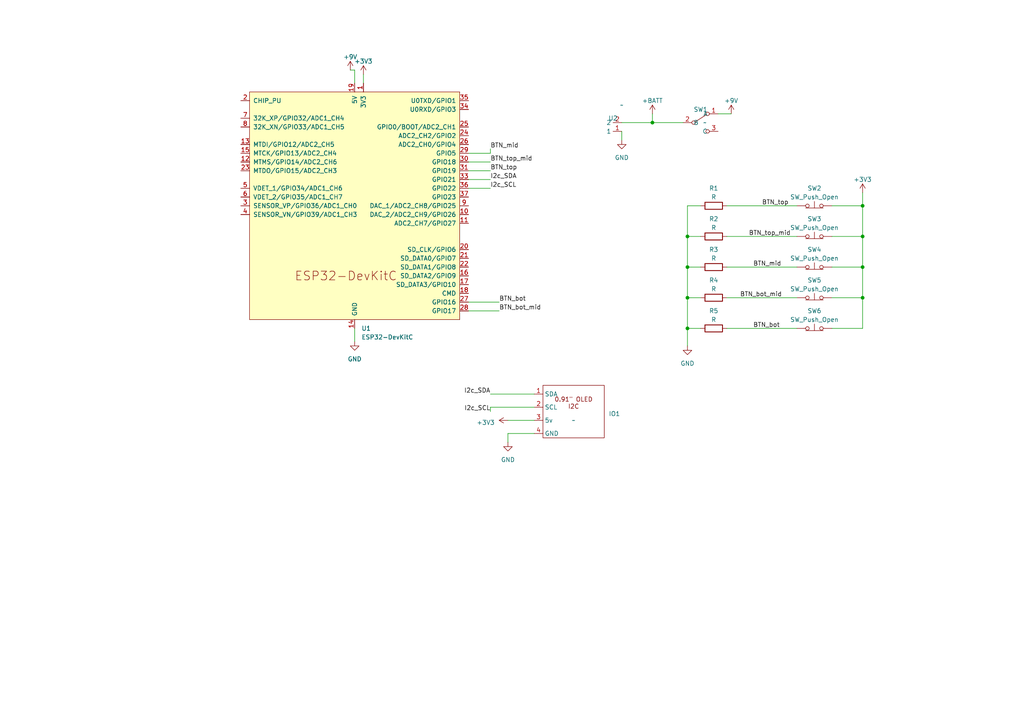
<source format=kicad_sch>
(kicad_sch (version 20230121) (generator eeschema)
  (paper "A4")
  (lib_symbols
    (symbol "ARC_Remote:0.9{dblquote}_OLED_I2C"
      (property "Reference" "IO" (at 0 0 0))
      (symbol "0.9{dblquote}_OLED_I2C_0_1"
        (rectangle (start -8.89 10.16) (end 8.89 -5.08))
      )
      (symbol "0.9{dblquote}_OLED_I2C_1_1"
        (text "0.91\" OLED\nI2C" (at 0 5.08 0) (effects (font (size 1.27 1.27))))
        (pin bidirectional line (at -11.43 7.62 0) (length 2.54) (name "SDA") (number "1"))
        (pin input line (at -11.43 3.81 0) (length 2.54) (name "SCL") (number "2"))
        (pin power_in line (at -11.43 0 0) (length 2.54) (name "5v") (number "3"))
        (pin power_in line (at -11.43 -3.81 0) (length 2.54) (name "GND") (number "4"))
      )
    )
    (symbol "ARC_Remote:CONN_WAGO2x1"
      (property "Reference" "U" (at 0 0 0))
      (symbol "CONN_WAGO2x1_1_1"
        (pin input line (at 0 7.62 0) (length 2.54) (name "1") (number "1"))
        (pin input line (at 0 5.08 0) (length 2.54) (name "2") (number "2"))
      )
    )
    (symbol "ARC_Remote:ESP32-DevKitC" (pin_names (offset 1.016))
      (property "Reference" "U" (at -30.48 38.1 0))
      (property "Value" "ESP32-DevKitC" (at -30.48 35.56 0))
      (symbol "ESP32-DevKitC_0_0"
        (text "ESP32-DevKitC" (at -2.54 -20.32 0) (effects (font (size 2.54 2.54))))
        (pin power_in line (at 0 -35.56 90) (length 2.54) (name "GND") (number "14"))
        (pin power_in line (at 0 35.56 270) (length 2.54) (name "5V") (number "19"))
      )
      (symbol "ESP32-DevKitC_0_1"
        (rectangle (start -30.48 33.02) (end 30.48 -33.02) (fill (type background)))
      )
      (symbol "ESP32-DevKitC_1_1"
        (pin power_in line (at 2.54 35.56 270) (length 2.54) (name "3V3") (number "1"))
        (pin bidirectional line (at 33.02 -2.54 180) (length 2.54) (name "DAC_2/ADC2_CH9/GPIO26") (number "10"))
        (pin bidirectional line (at 33.02 -5.08 180) (length 2.54) (name "ADC2_CH7/GPIO27") (number "11"))
        (pin bidirectional line (at -33.02 12.7 0) (length 2.54) (name "MTMS/GPIO14/ADC2_CH6") (number "12"))
        (pin bidirectional line (at -33.02 17.78 0) (length 2.54) (name "MTDI/GPIO12/ADC2_CH5") (number "13"))
        (pin bidirectional line (at -33.02 15.24 0) (length 2.54) (name "MTCK/GPIO13/ADC2_CH4") (number "15"))
        (pin bidirectional line (at 33.02 -20.32 180) (length 2.54) (name "SD_DATA2/GPIO9") (number "16"))
        (pin bidirectional line (at 33.02 -22.86 180) (length 2.54) (name "SD_DATA3/GPIO10") (number "17"))
        (pin bidirectional line (at 33.02 -25.4 180) (length 2.54) (name "CMD") (number "18"))
        (pin input line (at -33.02 30.48 0) (length 2.54) (name "CHIP_PU") (number "2"))
        (pin bidirectional line (at 33.02 -12.7 180) (length 2.54) (name "SD_CLK/GPIO6") (number "20"))
        (pin bidirectional line (at 33.02 -15.24 180) (length 2.54) (name "SD_DATA0/GPIO7") (number "21"))
        (pin bidirectional line (at 33.02 -17.78 180) (length 2.54) (name "SD_DATA1/GPIO8") (number "22"))
        (pin bidirectional line (at -33.02 10.16 0) (length 2.54) (name "MTDO/GPIO15/ADC2_CH3") (number "23"))
        (pin bidirectional line (at 33.02 20.32 180) (length 2.54) (name "ADC2_CH2/GPIO2") (number "24"))
        (pin bidirectional line (at 33.02 22.86 180) (length 2.54) (name "GPIO0/BOOT/ADC2_CH1") (number "25"))
        (pin bidirectional line (at 33.02 17.78 180) (length 2.54) (name "ADC2_CH0/GPIO4") (number "26"))
        (pin bidirectional line (at 33.02 -27.94 180) (length 2.54) (name "GPIO16") (number "27"))
        (pin bidirectional line (at 33.02 -30.48 180) (length 2.54) (name "GPIO17") (number "28"))
        (pin bidirectional line (at 33.02 15.24 180) (length 2.54) (name "GPIO5") (number "29"))
        (pin input line (at -33.02 0 0) (length 2.54) (name "SENSOR_VP/GPIO36/ADC1_CH0") (number "3"))
        (pin bidirectional line (at 33.02 12.7 180) (length 2.54) (name "GPIO18") (number "30"))
        (pin bidirectional line (at 33.02 10.16 180) (length 2.54) (name "GPIO19") (number "31"))
        (pin passive line (at 0 -35.56 90) (length 2.54) hide (name "GND") (number "32"))
        (pin bidirectional line (at 33.02 7.62 180) (length 2.54) (name "GPIO21") (number "33"))
        (pin bidirectional line (at 33.02 27.94 180) (length 2.54) (name "U0RXD/GPIO3") (number "34"))
        (pin bidirectional line (at 33.02 30.48 180) (length 2.54) (name "U0TXD/GPIO1") (number "35"))
        (pin bidirectional line (at 33.02 5.08 180) (length 2.54) (name "GPIO22") (number "36"))
        (pin bidirectional line (at 33.02 2.54 180) (length 2.54) (name "GPIO23") (number "37"))
        (pin passive line (at 0 -35.56 90) (length 2.54) hide (name "GND") (number "38"))
        (pin input line (at -33.02 -2.54 0) (length 2.54) (name "SENSOR_VN/GPIO39/ADC1_CH3") (number "4"))
        (pin input line (at -33.02 5.08 0) (length 2.54) (name "VDET_1/GPIO34/ADC1_CH6") (number "5"))
        (pin input line (at -33.02 2.54 0) (length 2.54) (name "VDET_2/GPIO35/ADC1_CH7") (number "6"))
        (pin bidirectional line (at -33.02 25.4 0) (length 2.54) (name "32K_XP/GPIO32/ADC1_CH4") (number "7"))
        (pin bidirectional line (at -33.02 22.86 0) (length 2.54) (name "32K_XN/GPIO33/ADC1_CH5") (number "8"))
        (pin bidirectional line (at 33.02 0 180) (length 2.54) (name "DAC_1/ADC2_CH8/GPIO25") (number "9"))
      )
    )
    (symbol "ARC_Remote:SPDT"
      (property "Reference" "SW" (at 0 0 0))
      (symbol "SPDT_0_0"
        (circle (center -3.302 0) (radius 0.508))
        (circle (center 0.762 -2.54) (radius 0.508))
      )
      (symbol "SPDT_0_1"
        (polyline (pts (xy -2.794 0.254) (xy 0.381 2.286)))
        (circle (center 0.762 2.54) (radius 0.508))
      )
      (symbol "SPDT_1_1"
        (pin passive line (at 3.81 2.54 180) (length 2.54) (name "A") (number "1"))
        (pin passive line (at -6.35 0 0) (length 2.54) (name "B") (number "2"))
        (pin passive line (at 3.81 -2.54 180) (length 2.54) (name "C") (number "3"))
      )
    )
    (symbol "ARC_Remote:SW_Push_Open" (pin_numbers hide) (pin_names (offset 1.016) hide)
      (property "Reference" "SW" (at 0 2.54 0))
      (property "Value" "SW_Push_Open" (at 0 -1.905 0))
      (symbol "SW_Push_Open_0_1"
        (circle (center -2.032 0) (radius 0.508))
        (polyline (pts (xy -2.54 -0.635) (xy 2.54 -0.635)))
        (polyline (pts (xy 0 -0.635) (xy 0 1.27)))
        (circle (center 2.032 0) (radius 0.508))
        (pin passive line (at -5.08 0 0) (length 2.54) (name "A") (number "1"))
      )
      (symbol "SW_Push_Open_1_1"
        (pin passive line (at 5.08 0 180) (length 2.54) (name "B") (number "2"))
      )
    )
    (symbol "NFC__Buisness_card:R" (pin_numbers hide) (pin_names (offset 0))
      (property "Reference" "R" (at 2.032 0 90))
      (property "Value" "R" (at 0 0 90))
      (symbol "R_0_1"
        (rectangle (start -1.016 -2.54) (end 1.016 2.54) (stroke (width 0.254)))
      )
      (symbol "R_1_1"
        (pin passive line (at 0 3.81 270) (length 1.27) (name "~") (number "1"))
        (pin passive line (at 0 -3.81 90) (length 1.27) (name "~") (number "2"))
      )
    )
    (symbol "power:+3V3" (power) (pin_names (offset 0))
      (property "Value" "+3V3" (at 0 3.556 0))
      (symbol "+3V3_0_1"
        (polyline (pts (xy -0.762 1.27) (xy 0 2.54)))
        (polyline (pts (xy 0 0) (xy 0 2.54)))
        (polyline (pts (xy 0 2.54) (xy 0.762 1.27)))
      )
      (symbol "+3V3_1_1"
        (pin power_in line (at 0 0 90) (length 0) hide (name "+3V3") (number "1"))
      )
    )
    (symbol "power:+9V" (power) (pin_names (offset 0))
      (property "Value" "+9V" (at 0 3.556 0))
      (symbol "+9V_0_1"
        (polyline (pts (xy -0.762 1.27) (xy 0 2.54)))
        (polyline (pts (xy 0 0) (xy 0 2.54)))
        (polyline (pts (xy 0 2.54) (xy 0.762 1.27)))
      )
      (symbol "+9V_1_1"
        (pin power_in line (at 0 0 90) (length 0) hide (name "+9V") (number "1"))
      )
    )
    (symbol "power:+BATT" (power) (pin_names (offset 0))
      (property "Value" "+BATT" (at 0 3.556 0))
      (symbol "+BATT_0_1"
        (polyline (pts (xy -0.762 1.27) (xy 0 2.54)))
        (polyline (pts (xy 0 0) (xy 0 2.54)))
        (polyline (pts (xy 0 2.54) (xy 0.762 1.27)))
      )
      (symbol "+BATT_1_1"
        (pin power_in line (at 0 0 90) (length 0) hide (name "+BATT") (number "1"))
      )
    )
    (symbol "power:GND" (power) (pin_names (offset 0))
      (property "Value" "GND" (at 0 -3.81 0))
      (symbol "GND_0_1"
        (polyline (pts (xy 0 0) (xy 0 -1.27) (xy 1.27 -1.27) (xy 0 -2.54) (xy -1.27 -1.27) (xy 0 -1.27)))
      )
      (symbol "GND_1_1"
        (pin power_in line (at 0 0 270) (length 0) hide (name "GND") (number "1"))
      )
    )
  )
  (junction (at 189.23 35.56))
  (junction (at 199.39 86.36))
  (junction (at 250.19 86.36))
  (junction (at 199.39 68.58))
  (junction (at 250.19 77.47))
  (junction (at 199.39 95.25))
  (junction (at 199.39 77.47))
  (junction (at 250.19 68.58))
  (junction (at 250.19 59.69))
  (wire (pts (xy 199.39 68.58) (xy 199.39 59.69)))
  (wire (pts (xy 199.39 100.33) (xy 199.39 95.25)))
  (wire (pts (xy 199.39 59.69) (xy 203.2 59.69)))
  (wire (pts (xy 102.87 20.32) (xy 102.87 24.13)))
  (wire (pts (xy 210.82 95.25) (xy 231.14 95.25)))
  (wire (pts (xy 189.23 35.56) (xy 198.12 35.56)))
  (wire (pts (xy 135.89 44.45) (xy 142.24 44.45)))
  (wire (pts (xy 147.32 125.73) (xy 154.94 125.73)))
  (wire (pts (xy 135.89 87.63) (xy 144.78 87.63)))
  (wire (pts (xy 135.89 46.99) (xy 142.24 46.99)))
  (wire (pts (xy 199.39 86.36) (xy 199.39 77.47)))
  (wire (pts (xy 250.19 77.47) (xy 250.19 86.36)))
  (wire (pts (xy 199.39 68.58) (xy 203.2 68.58)))
  (wire (pts (xy 250.19 59.69) (xy 250.19 68.58)))
  (wire (pts (xy 250.19 55.88) (xy 250.19 59.69)))
  (wire (pts (xy 250.19 86.36) (xy 250.19 95.25)))
  (wire (pts (xy 199.39 77.47) (xy 203.2 77.47)))
  (wire (pts (xy 135.89 49.53) (xy 142.24 49.53)))
  (wire (pts (xy 199.39 77.47) (xy 199.39 68.58)))
  (wire (pts (xy 105.41 21.59) (xy 105.41 24.13)))
  (wire (pts (xy 199.39 95.25) (xy 203.2 95.25)))
  (wire (pts (xy 154.94 118.11) (xy 142.24 118.11)))
  (wire (pts (xy 142.24 114.3) (xy 154.94 114.3)))
  (wire (pts (xy 208.28 33.02) (xy 212.09 33.02)))
  (wire (pts (xy 142.24 43.18) (xy 142.24 44.45)))
  (wire (pts (xy 135.89 90.17) (xy 144.78 90.17)))
  (wire (pts (xy 250.19 68.58) (xy 250.19 77.47)))
  (wire (pts (xy 180.34 35.56) (xy 189.23 35.56)))
  (wire (pts (xy 199.39 86.36) (xy 203.2 86.36)))
  (wire (pts (xy 210.82 68.58) (xy 231.14 68.58)))
  (wire (pts (xy 250.19 68.58) (xy 241.3 68.58)))
  (wire (pts (xy 250.19 95.25) (xy 241.3 95.25)))
  (wire (pts (xy 135.89 52.07) (xy 142.24 52.07)))
  (wire (pts (xy 180.34 38.1) (xy 180.34 40.64)))
  (wire (pts (xy 199.39 95.25) (xy 199.39 86.36)))
  (wire (pts (xy 147.32 121.92) (xy 154.94 121.92)))
  (wire (pts (xy 250.19 86.36) (xy 241.3 86.36)))
  (wire (pts (xy 189.23 33.02) (xy 189.23 35.56)))
  (wire (pts (xy 210.82 59.69) (xy 231.14 59.69)))
  (wire (pts (xy 142.24 118.11) (xy 142.24 119.38)))
  (wire (pts (xy 102.87 95.25) (xy 102.87 99.06)))
  (wire (pts (xy 250.19 59.69) (xy 241.3 59.69)))
  (wire (pts (xy 210.82 86.36) (xy 231.14 86.36)))
  (wire (pts (xy 147.32 128.27) (xy 147.32 125.73)))
  (wire (pts (xy 135.89 54.61) (xy 142.24 54.61)))
  (wire (pts (xy 101.6 20.32) (xy 102.87 20.32)))
  (wire (pts (xy 210.82 77.47) (xy 231.14 77.47)))
  (wire (pts (xy 250.19 77.47) (xy 241.3 77.47)))
  (label "BTN_top" (at 220.98 59.69 0))
  (label "BTN_bot_mid" (at 214.63 86.36 0))
  (label "BTN_top" (at 142.24 49.53 0))
  (label "BTN_bot" (at 144.78 87.63 0))
  (label "I2c_SCL" (at 142.24 54.61 0))
  (label "BTN_top_mid" (at 217.17 68.58 0))
  (label "I2c_SDA" (at 142.24 114.3 180))
  (label "BTN_bot_mid" (at 144.78 90.17 0))
  (label "BTN_mid" (at 142.24 43.18 0))
  (label "BTN_top_mid" (at 142.24 46.99 0))
  (label "I2c_SDA" (at 142.24 52.07 0))
  (label "I2c_SCL" (at 142.24 119.38 180))
  (label "BTN_bot" (at 218.44 95.25 0))
  (label "BTN_mid" (at 218.44 77.47 0))
  (symbol (lib_id "power:GND") (at 199.39 100.33 0) (unit 1)
    (property "Reference" "#PWR04" (effects hide))
    (property "Value" "GND" (at 199.39 105.41 0))
  )
  (symbol (lib_id "ARC_Remote:CONN_WAGO2x1") (at 180.34 30.48 180) (unit 1)
    (property "Reference" "U2" (at 177.8 34.29 0))
    (property "Value" "~" (at 180.34 30.48 0))
    (property "Footprint" "LFR_PRESENTABLE:WAGO_SCREW2x1" (effects hide))
  )
  (symbol (lib_id "ARC_Remote:SW_Push_Open") (at 236.22 68.58 0) (unit 1)
    (property "Reference" "SW3" (at 236.22 63.5 0))
    (property "Value" "SW_Push_Open" (at 236.22 66.04 0))
    (property "Footprint" "ARC_remote:2pin button" (effects hide))
  )
  (symbol (lib_id "NFC__Buisness_card:R") (at 207.01 59.69 90) (unit 1)
    (property "Reference" "R1" (at 207.01 54.61 90))
    (property "Value" "R" (at 207.01 57.15 90))
    (property "Footprint" "Resistor_THT:R_Axial_DIN0207_L6.3mm_D2.5mm_P10.16mm_Horizontal" (effects hide))
  )
  (symbol (lib_id "ARC_Remote:SW_Push_Open") (at 236.22 86.36 0) (unit 1)
    (property "Reference" "SW5" (at 236.22 81.28 0))
    (property "Value" "SW_Push_Open" (at 236.22 83.82 0))
    (property "Footprint" "ARC_remote:2pin button" (effects hide))
  )
  (symbol (lib_id "power:GND") (at 147.32 128.27 0) (unit 1)
    (property "Reference" "#PWR03" (effects hide))
    (property "Value" "GND" (at 147.32 133.35 0))
  )
  (symbol (lib_id "NFC__Buisness_card:R") (at 207.01 68.58 90) (unit 1)
    (property "Reference" "R2" (at 207.01 63.5 90))
    (property "Value" "R" (at 207.01 66.04 90))
    (property "Footprint" "Resistor_THT:R_Axial_DIN0207_L6.3mm_D2.5mm_P10.16mm_Horizontal" (effects hide))
  )
  (symbol (lib_id "NFC__Buisness_card:R") (at 207.01 77.47 90) (unit 1)
    (property "Reference" "R3" (at 207.01 72.39 90))
    (property "Value" "R" (at 207.01 74.93 90))
    (property "Footprint" "Resistor_THT:R_Axial_DIN0207_L6.3mm_D2.5mm_P10.16mm_Horizontal" (effects hide))
  )
  (symbol (lib_id "power:+3V3") (at 250.19 55.88 0) (unit 1)
    (property "Reference" "#PWR06" (effects hide))
    (property "Value" "+3V3" (at 250.19 52.07 0))
  )
  (symbol (lib_id "power:+BATT") (at 189.23 33.02 0) (unit 1)
    (property "Reference" "#PWR01" (effects hide))
    (property "Value" "+BATT" (at 189.23 29.21 0))
  )
  (symbol (lib_id "ARC_Remote:ESP32-DevKitC") (at 102.87 59.69 0) (unit 1)
    (property "Reference" "U1" (at 104.8259 95.25 0) (effects (justify left)))
    (property "Value" "ESP32-DevKitC" (at 104.8259 97.79 0) (effects (justify left)))
    (property "Footprint" "Espressif:ESP32-DevKitC" (effects hide))
    (property "Datasheet" "https://docs.espressif.com/projects/esp-idf/zh_CN/latest/esp32/hw-reference/esp32/get-started-devkitc.html" (effects hide))
  )
  (symbol (lib_id "NFC__Buisness_card:R") (at 207.01 95.25 90) (unit 1)
    (property "Reference" "R5" (at 207.01 90.17 90))
    (property "Value" "R" (at 207.01 92.71 90))
    (property "Footprint" "Resistor_THT:R_Axial_DIN0207_L6.3mm_D2.5mm_P10.16mm_Horizontal" (effects hide))
  )
  (symbol (lib_id "power:+3V3") (at 147.32 121.92 90) (unit 1)
    (property "Reference" "#PWR010" (effects hide))
    (property "Value" "+3V3" (at 143.51 122.555 90) (effects (justify left)))
  )
  (symbol (lib_id "ARC_Remote:SPDT") (at 204.47 35.56 0) (unit 1)
    (property "Reference" "SW1" (at 203.2 31.75 0))
    (property "Value" "~" (at 204.47 35.56 0))
    (property "Footprint" "ARC_remote:SPDT_THROUGH_HOLE" (effects hide))
  )
  (symbol (lib_id "ARC_Remote:SW_Push_Open") (at 236.22 77.47 0) (unit 1)
    (property "Reference" "SW4" (at 236.22 72.39 0))
    (property "Value" "SW_Push_Open" (at 236.22 74.93 0))
    (property "Footprint" "ARC_remote:2pin button" (effects hide))
  )
  (symbol (lib_id "ARC_Remote:SW_Push_Open") (at 236.22 59.69 0) (unit 1)
    (property "Reference" "SW2" (at 236.22 54.61 0))
    (property "Value" "SW_Push_Open" (at 236.22 57.15 0))
    (property "Footprint" "ARC_remote:2pin button" (effects hide))
  )
  (symbol (lib_id "power:+9V") (at 101.6 20.32 0) (unit 1)
    (property "Reference" "#PWR09" (effects hide))
    (property "Value" "+9V" (at 101.6 16.51 0))
  )
  (symbol (lib_id "power:GND") (at 180.34 40.64 0) (unit 1)
    (property "Reference" "#PWR02" (effects hide))
    (property "Value" "GND" (at 180.34 45.72 0))
  )
  (symbol (lib_id "ARC_Remote:SW_Push_Open") (at 236.22 95.25 0) (unit 1)
    (property "Reference" "SW6" (at 236.22 90.17 0))
    (property "Value" "SW_Push_Open" (at 236.22 92.71 0))
    (property "Footprint" "ARC_remote:2pin button" (effects hide))
  )
  (symbol (lib_id "power:GND") (at 102.87 99.06 0) (unit 1)
    (property "Reference" "#PWR05" (effects hide))
    (property "Value" "GND" (at 102.87 104.14 0))
  )
  (symbol (lib_id "power:+9V") (at 212.09 33.02 0) (unit 1)
    (property "Reference" "#PWR08" (effects hide))
    (property "Value" "+9V" (at 212.09 29.21 0))
  )
  (symbol (lib_id "power:+3V3") (at 105.41 21.59 0) (unit 1)
    (property "Reference" "#PWR07" (effects hide))
    (property "Value" "+3V3" (at 105.41 17.78 0))
  )
  (symbol (lib_id "ARC_Remote:0.9{dblquote}_OLED_I2C") (at 166.37 121.92 0) (unit 1)
    (property "Reference" "IO1" (at 176.53 120.015 0) (effects (justify left)))
    (property "Value" "~" (at 166.37 121.92 0))
    (property "Footprint" "ARC_remote:0.91_OLED_I2C" (effects hide))
  )
  (symbol (lib_id "NFC__Buisness_card:R") (at 207.01 86.36 90) (unit 1)
    (property "Reference" "R4" (at 207.01 81.28 90))
    (property "Value" "R" (at 207.01 83.82 90))
    (property "Footprint" "Resistor_THT:R_Axial_DIN0207_L6.3mm_D2.5mm_P10.16mm_Horizontal" (effects hide))
  )
)
</source>
